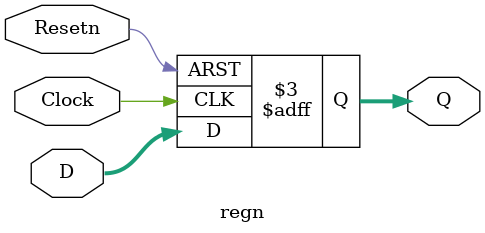
<source format=sv>
 module regn (D, Clock, Resetn, Q);
 parameter n = 16;
 input [n-1:0] D;
 input Clock, Resetn;
 output [n-1:0] Q;
 reg[n-1:0] Q;

 always @(negedge Resetn or posedge Clock)
 if (!Resetn)
 Q <= 0;
 else
 Q <= D;
 endmodule
</source>
